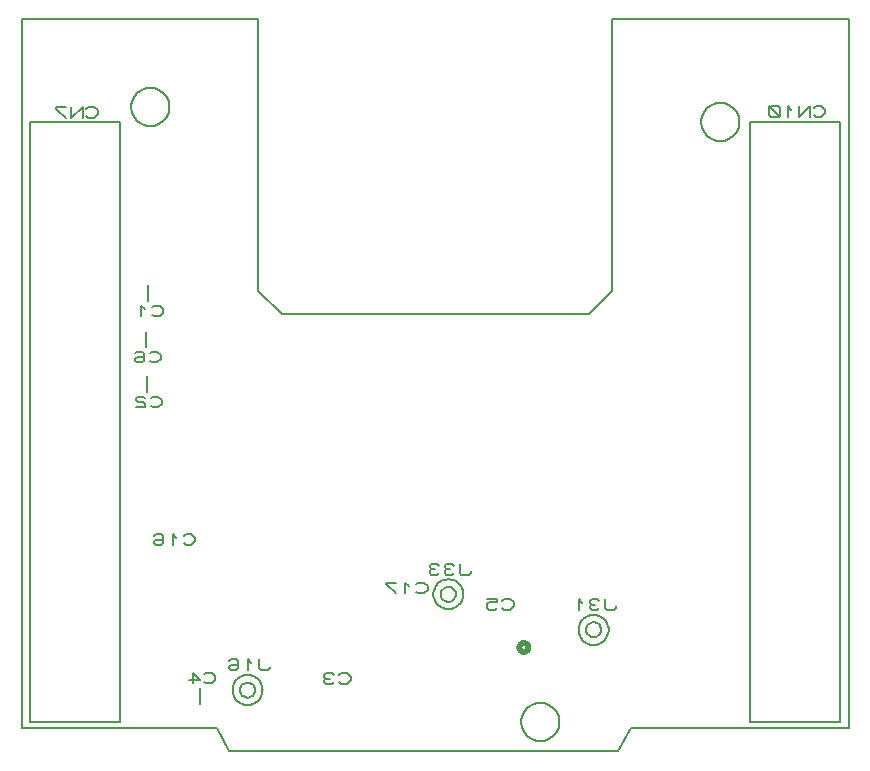
<source format=gbr>
G04 PROTEUS GERBER X2 FILE*
%TF.GenerationSoftware,Labcenter,Proteus,8.12-SP0-Build30713*%
%TF.CreationDate,2021-08-06T04:24:26+00:00*%
%TF.FileFunction,Legend,Bot*%
%TF.FilePolarity,Positive*%
%TF.Part,Single*%
%TF.SameCoordinates,{793229e0-97f6-4af7-a571-5be770182b8e}*%
%FSLAX45Y45*%
%MOMM*%
G01*
%TA.AperFunction,Profile*%
%ADD24C,0.203200*%
%TA.AperFunction,Material*%
%ADD27C,0.203200*%
%ADD29C,0.200000*%
%ADD73C,0.508000*%
%TD.AperFunction*%
D24*
X+0Y+0D02*
X+1650000Y+0D01*
X+7000000Y+0D02*
X+7000000Y+6000000D01*
X+5000000Y+6000000D01*
X+5000000Y+3700000D01*
X+4800000Y+3500000D01*
X+2200000Y+3500000D01*
X+2000000Y+3700000D02*
X+2000000Y+6000000D01*
X+0Y+6000000D01*
X+0Y+0D01*
X+2000000Y+3700000D02*
X+2200000Y+3500000D01*
X+5160000Y+0D02*
X+7000000Y+0D01*
X+1750000Y-200000D02*
X+5050000Y-200000D01*
X+1650000Y+0D02*
X+1750000Y-200000D01*
X+5160000Y+0D02*
X+5050000Y-200000D01*
X+4550045Y+50000D02*
X+4549508Y+63142D01*
X+4545144Y+89427D01*
X+4536029Y+115712D01*
X+4521182Y+141997D01*
X+4498470Y+168118D01*
X+4472185Y+187898D01*
X+4445900Y+200658D01*
X+4419615Y+208108D01*
X+4393330Y+210987D01*
X+4389000Y+211045D01*
X+4227955Y+50000D02*
X+4228492Y+63142D01*
X+4232856Y+89427D01*
X+4241971Y+115712D01*
X+4256818Y+141997D01*
X+4279530Y+168118D01*
X+4305815Y+187898D01*
X+4332100Y+200658D01*
X+4358385Y+208108D01*
X+4384670Y+210987D01*
X+4389000Y+211045D01*
X+4227955Y+50000D02*
X+4228492Y+36858D01*
X+4232856Y+10573D01*
X+4241971Y-15712D01*
X+4256818Y-41997D01*
X+4279530Y-68118D01*
X+4305815Y-87898D01*
X+4332100Y-100658D01*
X+4358385Y-108108D01*
X+4384670Y-110987D01*
X+4389000Y-111045D01*
X+4550045Y+50000D02*
X+4549508Y+36858D01*
X+4545144Y+10573D01*
X+4536029Y-15712D01*
X+4521182Y-41997D01*
X+4498470Y-68118D01*
X+4472185Y-87898D01*
X+4445900Y-100658D01*
X+4419615Y-108108D01*
X+4393330Y-110987D01*
X+4389000Y-111045D01*
X+6074045Y+5130000D02*
X+6073508Y+5143142D01*
X+6069144Y+5169427D01*
X+6060029Y+5195712D01*
X+6045182Y+5221997D01*
X+6022470Y+5248118D01*
X+5996185Y+5267898D01*
X+5969900Y+5280658D01*
X+5943615Y+5288108D01*
X+5917330Y+5290987D01*
X+5913000Y+5291045D01*
X+5751955Y+5130000D02*
X+5752492Y+5143142D01*
X+5756856Y+5169427D01*
X+5765971Y+5195712D01*
X+5780818Y+5221997D01*
X+5803530Y+5248118D01*
X+5829815Y+5267898D01*
X+5856100Y+5280658D01*
X+5882385Y+5288108D01*
X+5908670Y+5290987D01*
X+5913000Y+5291045D01*
X+5751955Y+5130000D02*
X+5752492Y+5116858D01*
X+5756856Y+5090573D01*
X+5765971Y+5064288D01*
X+5780818Y+5038003D01*
X+5803530Y+5011882D01*
X+5829815Y+4992102D01*
X+5856100Y+4979342D01*
X+5882385Y+4971892D01*
X+5908670Y+4969013D01*
X+5913000Y+4968955D01*
X+6074045Y+5130000D02*
X+6073508Y+5116858D01*
X+6069144Y+5090573D01*
X+6060029Y+5064288D01*
X+6045182Y+5038003D01*
X+6022470Y+5011882D01*
X+5996185Y+4992102D01*
X+5969900Y+4979342D01*
X+5943615Y+4971892D01*
X+5917330Y+4969013D01*
X+5913000Y+4968955D01*
X+1248045Y+5257000D02*
X+1247508Y+5270142D01*
X+1243144Y+5296427D01*
X+1234029Y+5322712D01*
X+1219182Y+5348997D01*
X+1196470Y+5375118D01*
X+1170185Y+5394898D01*
X+1143900Y+5407658D01*
X+1117615Y+5415108D01*
X+1091330Y+5417987D01*
X+1087000Y+5418045D01*
X+925955Y+5257000D02*
X+926492Y+5270142D01*
X+930856Y+5296427D01*
X+939971Y+5322712D01*
X+954818Y+5348997D01*
X+977530Y+5375118D01*
X+1003815Y+5394898D01*
X+1030100Y+5407658D01*
X+1056385Y+5415108D01*
X+1082670Y+5417987D01*
X+1087000Y+5418045D01*
X+925955Y+5257000D02*
X+926492Y+5243858D01*
X+930856Y+5217573D01*
X+939971Y+5191288D01*
X+954818Y+5165003D01*
X+977530Y+5138882D01*
X+1003815Y+5119102D01*
X+1030100Y+5106342D01*
X+1056385Y+5098892D01*
X+1082670Y+5096013D01*
X+1087000Y+5095955D01*
X+1248045Y+5257000D02*
X+1247508Y+5243858D01*
X+1243144Y+5217573D01*
X+1234029Y+5191288D01*
X+1219182Y+5165003D01*
X+1196470Y+5138882D01*
X+1170185Y+5119102D01*
X+1143900Y+5106342D01*
X+1117615Y+5098892D01*
X+1091330Y+5096013D01*
X+1087000Y+5095955D01*
D27*
X+70000Y+46000D02*
X+830000Y+46000D01*
X+830000Y+5126000D01*
X+70000Y+5126000D01*
X+70000Y+46000D01*
X+545250Y+5181880D02*
X+561125Y+5166640D01*
X+608750Y+5166640D01*
X+640500Y+5197120D01*
X+640500Y+5227600D01*
X+608750Y+5258080D01*
X+561125Y+5258080D01*
X+545250Y+5242840D01*
X+513500Y+5166640D02*
X+513500Y+5258080D01*
X+418250Y+5166640D01*
X+418250Y+5258080D01*
X+370625Y+5258080D02*
X+291250Y+5258080D01*
X+291250Y+5242840D01*
X+370625Y+5166640D01*
X+6166000Y+50000D02*
X+6926000Y+50000D01*
X+6926000Y+5130000D01*
X+6166000Y+5130000D01*
X+6166000Y+50000D01*
X+6704750Y+5185880D02*
X+6720625Y+5170640D01*
X+6768250Y+5170640D01*
X+6800000Y+5201120D01*
X+6800000Y+5231600D01*
X+6768250Y+5262080D01*
X+6720625Y+5262080D01*
X+6704750Y+5246840D01*
X+6673000Y+5170640D02*
X+6673000Y+5262080D01*
X+6577750Y+5170640D01*
X+6577750Y+5262080D01*
X+6514250Y+5231600D02*
X+6482500Y+5262080D01*
X+6482500Y+5170640D01*
X+6419000Y+5185880D02*
X+6419000Y+5246840D01*
X+6403125Y+5262080D01*
X+6339625Y+5262080D01*
X+6323750Y+5246840D01*
X+6323750Y+5185880D01*
X+6339625Y+5170640D01*
X+6403125Y+5170640D01*
X+6419000Y+5185880D01*
X+6419000Y+5170640D02*
X+6323750Y+5262080D01*
D29*
X+1070000Y+3615000D02*
X+1070000Y+3745000D01*
D27*
X+1101750Y+3498320D02*
X+1117625Y+3483080D01*
X+1165250Y+3483080D01*
X+1197000Y+3513560D01*
X+1197000Y+3544040D01*
X+1165250Y+3574520D01*
X+1117625Y+3574520D01*
X+1101750Y+3559280D01*
X+1038250Y+3544040D02*
X+1006500Y+3574520D01*
X+1006500Y+3483080D01*
D29*
X+1050000Y+3225000D02*
X+1050000Y+3355000D01*
D27*
X+1081750Y+3108320D02*
X+1097625Y+3093080D01*
X+1145250Y+3093080D01*
X+1177000Y+3123560D01*
X+1177000Y+3154040D01*
X+1145250Y+3184520D01*
X+1097625Y+3184520D01*
X+1081750Y+3169280D01*
X+954750Y+3169280D02*
X+970625Y+3184520D01*
X+1018250Y+3184520D01*
X+1034125Y+3169280D01*
X+1034125Y+3108320D01*
X+1018250Y+3093080D01*
X+970625Y+3093080D01*
X+954750Y+3108320D01*
X+954750Y+3123560D01*
X+970625Y+3138800D01*
X+1034125Y+3138800D01*
D29*
X+1060000Y+2845000D02*
X+1060000Y+2975000D01*
D27*
X+1091750Y+2728320D02*
X+1107625Y+2713080D01*
X+1155250Y+2713080D01*
X+1187000Y+2743560D01*
X+1187000Y+2774040D01*
X+1155250Y+2804520D01*
X+1107625Y+2804520D01*
X+1091750Y+2789280D01*
X+1044125Y+2789280D02*
X+1028250Y+2804520D01*
X+980625Y+2804520D01*
X+964750Y+2789280D01*
X+964750Y+2774040D01*
X+980625Y+2758800D01*
X+1028250Y+2758800D01*
X+1044125Y+2743560D01*
X+1044125Y+2713080D01*
X+964750Y+2713080D01*
D29*
X+1510000Y+335000D02*
X+1510000Y+205000D01*
D27*
X+1541750Y+390720D02*
X+1557625Y+375480D01*
X+1605250Y+375480D01*
X+1637000Y+405960D01*
X+1637000Y+436440D01*
X+1605250Y+466920D01*
X+1557625Y+466920D01*
X+1541750Y+451680D01*
X+1414750Y+405960D02*
X+1510000Y+405960D01*
X+1446500Y+466920D01*
X+1446500Y+375480D01*
X+2037000Y+320000D02*
X+2036573Y+330409D01*
X+2033101Y+351228D01*
X+2025845Y+372047D01*
X+2014017Y+392866D01*
X+1995920Y+413524D01*
X+1975101Y+429045D01*
X+1954282Y+439030D01*
X+1933463Y+444814D01*
X+1912644Y+446972D01*
X+1910000Y+447000D01*
X+1783000Y+320000D02*
X+1783427Y+330409D01*
X+1786899Y+351228D01*
X+1794155Y+372047D01*
X+1805983Y+392866D01*
X+1824080Y+413524D01*
X+1844899Y+429045D01*
X+1865718Y+439030D01*
X+1886537Y+444814D01*
X+1907356Y+446972D01*
X+1910000Y+447000D01*
X+1783000Y+320000D02*
X+1783427Y+309591D01*
X+1786899Y+288772D01*
X+1794155Y+267953D01*
X+1805983Y+247134D01*
X+1824080Y+226476D01*
X+1844899Y+210955D01*
X+1865718Y+200970D01*
X+1886537Y+195186D01*
X+1907356Y+193028D01*
X+1910000Y+193000D01*
X+2037000Y+320000D02*
X+2036573Y+309591D01*
X+2033101Y+288772D01*
X+2025845Y+267953D01*
X+2014017Y+247134D01*
X+1995920Y+226476D01*
X+1975101Y+210955D01*
X+1954282Y+200970D01*
X+1933463Y+195186D01*
X+1912644Y+193028D01*
X+1910000Y+193000D01*
X+1973500Y+320000D02*
X+1973283Y+325247D01*
X+1971518Y+335742D01*
X+1967826Y+346237D01*
X+1961798Y+356732D01*
X+1952576Y+367112D01*
X+1942081Y+374800D01*
X+1931586Y+379718D01*
X+1921091Y+382524D01*
X+1910596Y+383497D01*
X+1910000Y+383500D01*
X+1846500Y+320000D02*
X+1846717Y+325247D01*
X+1848482Y+335742D01*
X+1852174Y+346237D01*
X+1858202Y+356732D01*
X+1867424Y+367112D01*
X+1877919Y+374800D01*
X+1888414Y+379718D01*
X+1898909Y+382524D01*
X+1909404Y+383497D01*
X+1910000Y+383500D01*
X+1846500Y+320000D02*
X+1846717Y+314753D01*
X+1848482Y+304258D01*
X+1852174Y+293763D01*
X+1858202Y+283268D01*
X+1867424Y+272888D01*
X+1877919Y+265200D01*
X+1888414Y+260282D01*
X+1898909Y+257476D01*
X+1909404Y+256503D01*
X+1910000Y+256500D01*
X+1973500Y+320000D02*
X+1973283Y+314753D01*
X+1971518Y+304258D01*
X+1967826Y+293763D01*
X+1961798Y+283268D01*
X+1952576Y+272888D01*
X+1942081Y+265200D01*
X+1931586Y+260282D01*
X+1921091Y+257476D01*
X+1910596Y+256503D01*
X+1910000Y+256500D01*
X+2100500Y+518120D02*
X+2100500Y+502880D01*
X+2084625Y+487640D01*
X+2021125Y+487640D01*
X+2005250Y+502880D01*
X+2005250Y+579080D01*
X+1941750Y+548600D02*
X+1910000Y+579080D01*
X+1910000Y+487640D01*
X+1751250Y+563840D02*
X+1767125Y+579080D01*
X+1814750Y+579080D01*
X+1830625Y+563840D01*
X+1830625Y+502880D01*
X+1814750Y+487640D01*
X+1767125Y+487640D01*
X+1751250Y+502880D01*
X+1751250Y+518120D01*
X+1767125Y+533360D01*
X+1830625Y+533360D01*
X+3340250Y+1153320D02*
X+3356125Y+1138080D01*
X+3403750Y+1138080D01*
X+3435500Y+1168560D01*
X+3435500Y+1199040D01*
X+3403750Y+1229520D01*
X+3356125Y+1229520D01*
X+3340250Y+1214280D01*
X+3276750Y+1199040D02*
X+3245000Y+1229520D01*
X+3245000Y+1138080D01*
X+3165625Y+1229520D02*
X+3086250Y+1229520D01*
X+3086250Y+1214280D01*
X+3165625Y+1138080D01*
X+3737000Y+1130000D02*
X+3736573Y+1140409D01*
X+3733101Y+1161228D01*
X+3725845Y+1182047D01*
X+3714017Y+1202866D01*
X+3695920Y+1223524D01*
X+3675101Y+1239045D01*
X+3654282Y+1249030D01*
X+3633463Y+1254814D01*
X+3612644Y+1256972D01*
X+3610000Y+1257000D01*
X+3483000Y+1130000D02*
X+3483427Y+1140409D01*
X+3486899Y+1161228D01*
X+3494155Y+1182047D01*
X+3505983Y+1202866D01*
X+3524080Y+1223524D01*
X+3544899Y+1239045D01*
X+3565718Y+1249030D01*
X+3586537Y+1254814D01*
X+3607356Y+1256972D01*
X+3610000Y+1257000D01*
X+3483000Y+1130000D02*
X+3483427Y+1119591D01*
X+3486899Y+1098772D01*
X+3494155Y+1077953D01*
X+3505983Y+1057134D01*
X+3524080Y+1036476D01*
X+3544899Y+1020955D01*
X+3565718Y+1010970D01*
X+3586537Y+1005186D01*
X+3607356Y+1003028D01*
X+3610000Y+1003000D01*
X+3737000Y+1130000D02*
X+3736573Y+1119591D01*
X+3733101Y+1098772D01*
X+3725845Y+1077953D01*
X+3714017Y+1057134D01*
X+3695920Y+1036476D01*
X+3675101Y+1020955D01*
X+3654282Y+1010970D01*
X+3633463Y+1005186D01*
X+3612644Y+1003028D01*
X+3610000Y+1003000D01*
X+3673500Y+1130000D02*
X+3673283Y+1135247D01*
X+3671518Y+1145742D01*
X+3667826Y+1156237D01*
X+3661798Y+1166732D01*
X+3652576Y+1177112D01*
X+3642081Y+1184800D01*
X+3631586Y+1189718D01*
X+3621091Y+1192524D01*
X+3610596Y+1193497D01*
X+3610000Y+1193500D01*
X+3546500Y+1130000D02*
X+3546717Y+1135247D01*
X+3548482Y+1145742D01*
X+3552174Y+1156237D01*
X+3558202Y+1166732D01*
X+3567424Y+1177112D01*
X+3577919Y+1184800D01*
X+3588414Y+1189718D01*
X+3598909Y+1192524D01*
X+3609404Y+1193497D01*
X+3610000Y+1193500D01*
X+3546500Y+1130000D02*
X+3546717Y+1124753D01*
X+3548482Y+1114258D01*
X+3552174Y+1103763D01*
X+3558202Y+1093268D01*
X+3567424Y+1082888D01*
X+3577919Y+1075200D01*
X+3588414Y+1070282D01*
X+3598909Y+1067476D01*
X+3609404Y+1066503D01*
X+3610000Y+1066500D01*
X+3673500Y+1130000D02*
X+3673283Y+1124753D01*
X+3671518Y+1114258D01*
X+3667826Y+1103763D01*
X+3661798Y+1093268D01*
X+3652576Y+1082888D01*
X+3642081Y+1075200D01*
X+3631586Y+1070282D01*
X+3621091Y+1067476D01*
X+3610596Y+1066503D01*
X+3610000Y+1066500D01*
X+3800500Y+1328120D02*
X+3800500Y+1312880D01*
X+3784625Y+1297640D01*
X+3721125Y+1297640D01*
X+3705250Y+1312880D01*
X+3705250Y+1389080D01*
X+3657625Y+1373840D02*
X+3641750Y+1389080D01*
X+3594125Y+1389080D01*
X+3578250Y+1373840D01*
X+3578250Y+1358600D01*
X+3594125Y+1343360D01*
X+3578250Y+1328120D01*
X+3578250Y+1312880D01*
X+3594125Y+1297640D01*
X+3641750Y+1297640D01*
X+3657625Y+1312880D01*
X+3625875Y+1343360D02*
X+3594125Y+1343360D01*
X+3530625Y+1373840D02*
X+3514750Y+1389080D01*
X+3467125Y+1389080D01*
X+3451250Y+1373840D01*
X+3451250Y+1358600D01*
X+3467125Y+1343360D01*
X+3451250Y+1328120D01*
X+3451250Y+1312880D01*
X+3467125Y+1297640D01*
X+3514750Y+1297640D01*
X+3530625Y+1312880D01*
X+3498875Y+1343360D02*
X+3467125Y+1343360D01*
X+1370250Y+1563320D02*
X+1386125Y+1548080D01*
X+1433750Y+1548080D01*
X+1465500Y+1578560D01*
X+1465500Y+1609040D01*
X+1433750Y+1639520D01*
X+1386125Y+1639520D01*
X+1370250Y+1624280D01*
X+1306750Y+1609040D02*
X+1275000Y+1639520D01*
X+1275000Y+1548080D01*
X+1116250Y+1624280D02*
X+1132125Y+1639520D01*
X+1179750Y+1639520D01*
X+1195625Y+1624280D01*
X+1195625Y+1563320D01*
X+1179750Y+1548080D01*
X+1132125Y+1548080D01*
X+1116250Y+1563320D01*
X+1116250Y+1578560D01*
X+1132125Y+1593800D01*
X+1195625Y+1593800D01*
D73*
X+4288100Y+679500D02*
X+4287969Y+682658D01*
X+4286903Y+688976D01*
X+4284672Y+695294D01*
X+4281027Y+701612D01*
X+4275452Y+707851D01*
X+4269134Y+712447D01*
X+4262816Y+715380D01*
X+4256498Y+717042D01*
X+4250180Y+717600D01*
X+4250000Y+717600D01*
X+4211900Y+679500D02*
X+4212031Y+682658D01*
X+4213097Y+688976D01*
X+4215328Y+695294D01*
X+4218973Y+701612D01*
X+4224548Y+707851D01*
X+4230866Y+712447D01*
X+4237184Y+715380D01*
X+4243502Y+717042D01*
X+4249820Y+717600D01*
X+4250000Y+717600D01*
X+4211900Y+679500D02*
X+4212031Y+676342D01*
X+4213097Y+670024D01*
X+4215328Y+663706D01*
X+4218973Y+657388D01*
X+4224548Y+651149D01*
X+4230866Y+646553D01*
X+4237184Y+643620D01*
X+4243502Y+641958D01*
X+4249820Y+641400D01*
X+4250000Y+641400D01*
X+4288100Y+679500D02*
X+4287969Y+676342D01*
X+4286903Y+670024D01*
X+4284672Y+663706D01*
X+4281027Y+657388D01*
X+4275452Y+651149D01*
X+4269134Y+646553D01*
X+4262816Y+643620D01*
X+4256498Y+641958D01*
X+4250180Y+641400D01*
X+4250000Y+641400D01*
D27*
X+4066750Y+1015720D02*
X+4082625Y+1000480D01*
X+4130250Y+1000480D01*
X+4162000Y+1030960D01*
X+4162000Y+1061440D01*
X+4130250Y+1091920D01*
X+4082625Y+1091920D01*
X+4066750Y+1076680D01*
X+3939750Y+1091920D02*
X+4019125Y+1091920D01*
X+4019125Y+1061440D01*
X+3955625Y+1061440D01*
X+3939750Y+1046200D01*
X+3939750Y+1015720D01*
X+3955625Y+1000480D01*
X+4003250Y+1000480D01*
X+4019125Y+1015720D01*
X+4967000Y+830000D02*
X+4966573Y+840409D01*
X+4963101Y+861228D01*
X+4955845Y+882047D01*
X+4944017Y+902866D01*
X+4925920Y+923524D01*
X+4905101Y+939045D01*
X+4884282Y+949030D01*
X+4863463Y+954814D01*
X+4842644Y+956972D01*
X+4840000Y+957000D01*
X+4713000Y+830000D02*
X+4713427Y+840409D01*
X+4716899Y+861228D01*
X+4724155Y+882047D01*
X+4735983Y+902866D01*
X+4754080Y+923524D01*
X+4774899Y+939045D01*
X+4795718Y+949030D01*
X+4816537Y+954814D01*
X+4837356Y+956972D01*
X+4840000Y+957000D01*
X+4713000Y+830000D02*
X+4713427Y+819591D01*
X+4716899Y+798772D01*
X+4724155Y+777953D01*
X+4735983Y+757134D01*
X+4754080Y+736476D01*
X+4774899Y+720955D01*
X+4795718Y+710970D01*
X+4816537Y+705186D01*
X+4837356Y+703028D01*
X+4840000Y+703000D01*
X+4967000Y+830000D02*
X+4966573Y+819591D01*
X+4963101Y+798772D01*
X+4955845Y+777953D01*
X+4944017Y+757134D01*
X+4925920Y+736476D01*
X+4905101Y+720955D01*
X+4884282Y+710970D01*
X+4863463Y+705186D01*
X+4842644Y+703028D01*
X+4840000Y+703000D01*
X+4903500Y+830000D02*
X+4903283Y+835247D01*
X+4901518Y+845742D01*
X+4897826Y+856237D01*
X+4891798Y+866732D01*
X+4882576Y+877112D01*
X+4872081Y+884800D01*
X+4861586Y+889718D01*
X+4851091Y+892524D01*
X+4840596Y+893497D01*
X+4840000Y+893500D01*
X+4776500Y+830000D02*
X+4776717Y+835247D01*
X+4778482Y+845742D01*
X+4782174Y+856237D01*
X+4788202Y+866732D01*
X+4797424Y+877112D01*
X+4807919Y+884800D01*
X+4818414Y+889718D01*
X+4828909Y+892524D01*
X+4839404Y+893497D01*
X+4840000Y+893500D01*
X+4776500Y+830000D02*
X+4776717Y+824753D01*
X+4778482Y+814258D01*
X+4782174Y+803763D01*
X+4788202Y+793268D01*
X+4797424Y+782888D01*
X+4807919Y+775200D01*
X+4818414Y+770282D01*
X+4828909Y+767476D01*
X+4839404Y+766503D01*
X+4840000Y+766500D01*
X+4903500Y+830000D02*
X+4903283Y+824753D01*
X+4901518Y+814258D01*
X+4897826Y+803763D01*
X+4891798Y+793268D01*
X+4882576Y+782888D01*
X+4872081Y+775200D01*
X+4861586Y+770282D01*
X+4851091Y+767476D01*
X+4840596Y+766503D01*
X+4840000Y+766500D01*
X+5030500Y+1028120D02*
X+5030500Y+1012880D01*
X+5014625Y+997640D01*
X+4951125Y+997640D01*
X+4935250Y+1012880D01*
X+4935250Y+1089080D01*
X+4887625Y+1073840D02*
X+4871750Y+1089080D01*
X+4824125Y+1089080D01*
X+4808250Y+1073840D01*
X+4808250Y+1058600D01*
X+4824125Y+1043360D01*
X+4808250Y+1028120D01*
X+4808250Y+1012880D01*
X+4824125Y+997640D01*
X+4871750Y+997640D01*
X+4887625Y+1012880D01*
X+4855875Y+1043360D02*
X+4824125Y+1043360D01*
X+4744750Y+1058600D02*
X+4713000Y+1089080D01*
X+4713000Y+997640D01*
X+2686750Y+385720D02*
X+2702625Y+370480D01*
X+2750250Y+370480D01*
X+2782000Y+400960D01*
X+2782000Y+431440D01*
X+2750250Y+461920D01*
X+2702625Y+461920D01*
X+2686750Y+446680D01*
X+2639125Y+446680D02*
X+2623250Y+461920D01*
X+2575625Y+461920D01*
X+2559750Y+446680D01*
X+2559750Y+431440D01*
X+2575625Y+416200D01*
X+2559750Y+400960D01*
X+2559750Y+385720D01*
X+2575625Y+370480D01*
X+2623250Y+370480D01*
X+2639125Y+385720D01*
X+2607375Y+416200D02*
X+2575625Y+416200D01*
M02*

</source>
